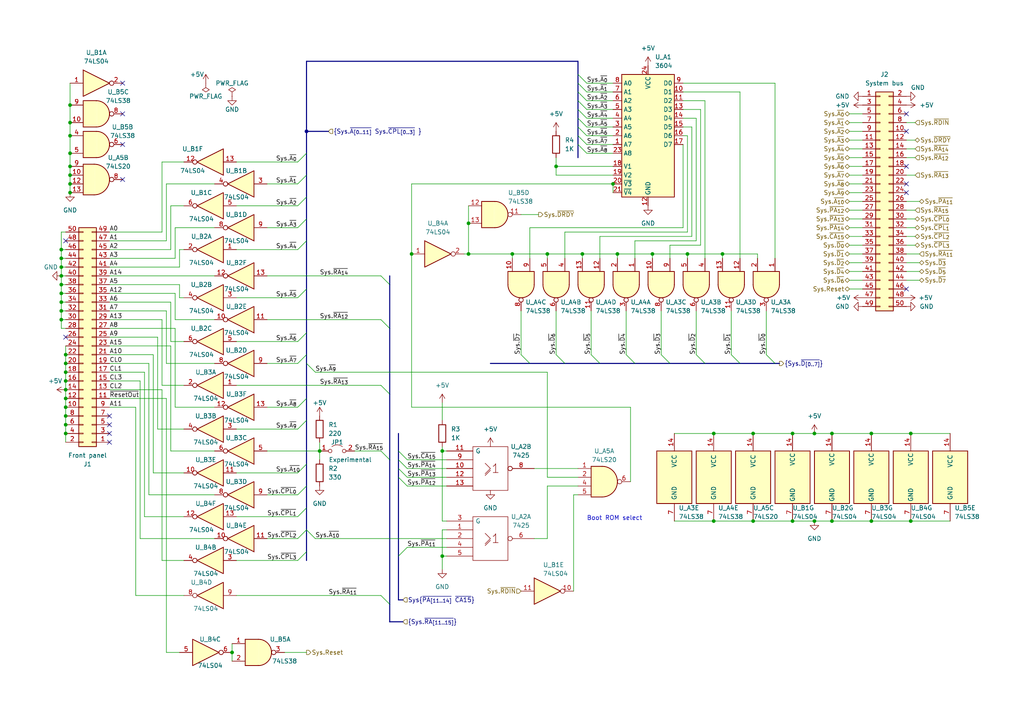
<source format=kicad_sch>
(kicad_sch (version 20211123) (generator eeschema)
  (paper "A4")
  (title_block (title "Centurion backplane, short") (rev "1.0"))
  (junction (at 19.05 107.95))
  (junction (at 17.78 77.47))
  (junction (at 128.27 161.29))
  (junction (at 135.89 64.77))
  (junction (at 88.9 38.1))
  (junction (at 264.16 151.13))
  (junction (at 17.78 82.55))
  (junction (at 20.32 48.26))
  (junction (at 177.8 53.34))
  (junction (at 20.32 30.48))
  (junction (at 19.05 113.03))
  (junction (at 19.05 123.19))
  (junction (at 17.78 87.63))
  (junction (at 161.29 48.26))
  (junction (at 20.32 39.37))
  (junction (at 236.22 125.73))
  (junction (at 252.73 151.13))
  (junction (at 119.38 73.66))
  (junction (at 20.32 35.56))
  (junction (at 179.07 73.66))
  (junction (at 67.31 189.23))
  (junction (at 252.73 125.73))
  (junction (at 17.78 74.93))
  (junction (at 17.78 90.17))
  (junction (at 19.05 102.87))
  (junction (at 20.32 55.88))
  (junction (at 218.44 125.73))
  (junction (at 19.05 120.65))
  (junction (at 207.01 151.13))
  (junction (at 229.87 151.13))
  (junction (at 264.16 125.73))
  (junction (at 158.75 73.66))
  (junction (at 236.22 151.13))
  (junction (at 128.27 130.81))
  (junction (at 19.05 105.41))
  (junction (at 241.3 151.13))
  (junction (at 17.78 85.09))
  (junction (at 20.32 50.8))
  (junction (at 19.05 115.57))
  (junction (at 20.32 53.34))
  (junction (at 209.55 73.66))
  (junction (at 241.3 125.73))
  (junction (at 17.78 92.71))
  (junction (at 20.32 44.45))
  (junction (at 92.71 130.81))
  (junction (at 17.78 80.01))
  (junction (at 199.39 73.66))
  (junction (at 207.01 125.73))
  (junction (at 19.05 118.11))
  (junction (at 135.89 73.66))
  (junction (at 189.23 73.66))
  (junction (at 148.59 73.66))
  (junction (at 229.87 125.73))
  (junction (at 17.78 72.39))
  (junction (at 218.44 151.13))
  (junction (at 168.91 73.66))
  (junction (at 19.05 125.73))
  (junction (at 19.05 110.49))
  (no_connect (at 262.89 38.1))
  (no_connect (at 31.75 125.73))
  (no_connect (at 262.89 53.34))
  (no_connect (at 35.56 24.13))
  (no_connect (at 31.75 128.27))
  (no_connect (at 35.56 41.91))
  (no_connect (at 35.56 52.07))
  (no_connect (at 19.05 97.79))
  (no_connect (at 262.89 33.02))
  (no_connect (at 262.89 55.88))
  (no_connect (at 31.75 120.65))
  (no_connect (at 19.05 69.85))
  (no_connect (at 31.75 123.19))
  (no_connect (at 35.56 33.02))
  (no_connect (at 262.89 48.26))
  (no_connect (at 262.89 83.82))
  (bus_entry (at 161.29 102.87) (size 2.54 2.54))
  (bus_entry (at 110.49 130.81) (size 2.54 2.54))
  (bus_entry (at 86.36 105.41) (size 2.54 -2.54))
  (bus_entry (at 86.36 143.51) (size 2.54 -2.54))
  (bus_entry (at 88.9 153.67) (size 2.54 2.54))
  (bus_entry (at 86.36 86.36) (size 2.54 -2.54))
  (bus_entry (at 115.57 161.29) (size 2.54 -2.54))
  (bus_entry (at 86.36 72.39) (size 2.54 -2.54))
  (bus_entry (at 115.57 130.81) (size 2.54 2.54))
  (bus_entry (at 212.09 102.87) (size 2.54 2.54))
  (bus_entry (at 86.36 156.21) (size 2.54 -2.54))
  (bus_entry (at 115.57 138.43) (size 2.54 2.54))
  (bus_entry (at 167.64 41.91) (size 2.54 2.54))
  (bus_entry (at 86.36 137.16) (size 2.54 -2.54))
  (bus_entry (at 88.9 105.41) (size 2.54 2.54))
  (bus_entry (at 86.36 99.06) (size 2.54 -2.54))
  (bus_entry (at 171.45 102.87) (size 2.54 2.54))
  (bus_entry (at 86.36 118.11) (size 2.54 -2.54))
  (bus_entry (at 167.64 24.13) (size 2.54 2.54))
  (bus_entry (at 167.64 39.37) (size 2.54 2.54))
  (bus_entry (at 151.13 102.87) (size 2.54 2.54))
  (bus_entry (at 86.36 53.34) (size 2.54 -2.54))
  (bus_entry (at 110.49 92.71) (size 2.54 2.54))
  (bus_entry (at 181.61 102.87) (size 2.54 2.54))
  (bus_entry (at 167.64 26.67) (size 2.54 2.54))
  (bus_entry (at 115.57 133.35) (size 2.54 2.54))
  (bus_entry (at 86.36 59.69) (size 2.54 -2.54))
  (bus_entry (at 110.49 111.76) (size 2.54 2.54))
  (bus_entry (at 86.36 162.56) (size 2.54 -2.54))
  (bus_entry (at 86.36 66.04) (size 2.54 -2.54))
  (bus_entry (at 86.36 124.46) (size 2.54 -2.54))
  (bus_entry (at 86.36 149.86) (size 2.54 -2.54))
  (bus_entry (at 167.64 34.29) (size 2.54 2.54))
  (bus_entry (at 110.49 172.72) (size 2.54 2.54))
  (bus_entry (at 222.25 102.87) (size 2.54 2.54))
  (bus_entry (at 167.64 29.21) (size 2.54 2.54))
  (bus_entry (at 167.64 36.83) (size 2.54 2.54))
  (bus_entry (at 115.57 135.89) (size 2.54 2.54))
  (bus_entry (at 201.93 102.87) (size 2.54 2.54))
  (bus_entry (at 191.77 102.87) (size 2.54 2.54))
  (bus_entry (at 167.64 31.75) (size 2.54 2.54))
  (bus_entry (at 167.64 21.59) (size 2.54 2.54))
  (bus_entry (at 86.36 46.99) (size 2.54 -2.54))
  (bus_entry (at 110.49 80.01) (size 2.54 2.54))
  (wire (pts (xy 20.32 55.88) (xy 20.32 53.34)))
  (wire (pts (xy 134.62 73.66) (xy 135.89 73.66)))
  (wire (pts (xy 246.38 60.96) (xy 250.19 60.96)))
  (wire (pts (xy 250.19 48.26) (xy 246.38 48.26)))
  (wire (pts (xy 53.34 124.46) (xy 45.72 124.46)))
  (wire (pts (xy 199.39 73.66) (xy 199.39 74.93)))
  (wire (pts (xy 31.75 80.01) (xy 62.23 80.01)))
  (wire (pts (xy 77.47 105.41) (xy 86.36 105.41)))
  (wire (pts (xy 209.55 73.66) (xy 209.55 74.93)))
  (wire (pts (xy 43.18 105.41) (xy 31.75 105.41)))
  (wire (pts (xy 246.38 63.5) (xy 250.19 63.5)))
  (wire (pts (xy 68.58 86.36) (xy 86.36 86.36)))
  (wire (pts (xy 128.27 130.81) (xy 129.54 130.81)))
  (wire (pts (xy 49.53 72.39) (xy 31.75 72.39)))
  (wire (pts (xy 31.75 69.85) (xy 48.26 69.85)))
  (wire (pts (xy 161.29 50.8) (xy 161.29 48.26)))
  (wire (pts (xy 46.99 111.76) (xy 46.99 92.71)))
  (wire (pts (xy 68.58 46.99) (xy 86.36 46.99)))
  (wire (pts (xy 148.59 73.66) (xy 158.75 73.66)))
  (wire (pts (xy 222.25 90.17) (xy 222.25 102.87)))
  (wire (pts (xy 212.09 90.17) (xy 212.09 102.87)))
  (wire (pts (xy 20.32 30.48) (xy 20.32 35.56)))
  (wire (pts (xy 135.89 59.69) (xy 135.89 64.77)))
  (wire (pts (xy 198.12 36.83) (xy 200.66 36.83)))
  (bus (pts (xy 167.64 31.75) (xy 167.64 34.29)))
  (wire (pts (xy 250.19 55.88) (xy 246.38 55.88)))
  (wire (pts (xy 156.21 62.23) (xy 151.13 62.23)))
  (bus (pts (xy 113.03 175.26) (xy 113.03 180.34)))
  (wire (pts (xy 49.53 130.81) (xy 62.23 130.81)))
  (wire (pts (xy 39.37 118.11) (xy 39.37 172.72)))
  (wire (pts (xy 218.44 125.73) (xy 229.87 125.73)))
  (wire (pts (xy 50.8 74.93) (xy 50.8 66.04)))
  (wire (pts (xy 170.18 31.75) (xy 177.8 31.75)))
  (wire (pts (xy 19.05 90.17) (xy 17.78 90.17)))
  (wire (pts (xy 68.58 111.76) (xy 110.49 111.76)))
  (wire (pts (xy 265.43 35.56) (xy 262.89 35.56)))
  (bus (pts (xy 115.57 138.43) (xy 115.57 161.29)))
  (wire (pts (xy 214.63 74.93) (xy 214.63 26.67)))
  (wire (pts (xy 262.89 73.66) (xy 266.7 73.66)))
  (wire (pts (xy 20.32 35.56) (xy 20.32 39.37)))
  (wire (pts (xy 250.19 43.18) (xy 246.38 43.18)))
  (wire (pts (xy 20.32 53.34) (xy 20.32 50.8)))
  (wire (pts (xy 189.23 73.66) (xy 199.39 73.66)))
  (bus (pts (xy 194.31 105.41) (xy 204.47 105.41)))
  (wire (pts (xy 198.12 31.75) (xy 203.2 31.75)))
  (wire (pts (xy 198.12 41.91) (xy 198.12 66.04)))
  (wire (pts (xy 102.87 130.81) (xy 110.49 130.81)))
  (wire (pts (xy 170.18 39.37) (xy 177.8 39.37)))
  (wire (pts (xy 17.78 95.25) (xy 19.05 95.25)))
  (wire (pts (xy 250.19 71.12) (xy 246.38 71.12)))
  (wire (pts (xy 250.19 66.04) (xy 246.38 66.04)))
  (wire (pts (xy 163.83 67.31) (xy 199.39 67.31)))
  (wire (pts (xy 170.18 36.83) (xy 177.8 36.83)))
  (wire (pts (xy 77.47 53.34) (xy 86.36 53.34)))
  (bus (pts (xy 113.03 180.34) (xy 116.84 180.34)))
  (wire (pts (xy 48.26 90.17) (xy 31.75 90.17)))
  (bus (pts (xy 142.24 105.41) (xy 153.67 105.41)))
  (wire (pts (xy 19.05 105.41) (xy 19.05 102.87)))
  (wire (pts (xy 19.05 120.65) (xy 19.05 123.19)))
  (bus (pts (xy 184.15 105.41) (xy 194.31 105.41)))
  (bus (pts (xy 115.57 135.89) (xy 115.57 138.43)))
  (wire (pts (xy 250.19 35.56) (xy 246.38 35.56)))
  (wire (pts (xy 44.45 102.87) (xy 44.45 137.16)))
  (wire (pts (xy 17.78 92.71) (xy 17.78 95.25)))
  (wire (pts (xy 92.71 133.35) (xy 92.71 130.81)))
  (wire (pts (xy 166.37 143.51) (xy 166.37 171.45)))
  (wire (pts (xy 48.26 53.34) (xy 62.23 53.34)))
  (wire (pts (xy 173.99 68.58) (xy 173.99 74.93)))
  (wire (pts (xy 19.05 110.49) (xy 19.05 107.95)))
  (wire (pts (xy 68.58 162.56) (xy 86.36 162.56)))
  (wire (pts (xy 252.73 125.73) (xy 264.16 125.73)))
  (wire (pts (xy 77.47 130.81) (xy 92.71 130.81)))
  (wire (pts (xy 17.78 74.93) (xy 17.78 72.39)))
  (bus (pts (xy 1087.12 133.35) (xy 1087.12 172.72)))
  (wire (pts (xy 264.16 151.13) (xy 275.59 151.13)))
  (wire (pts (xy 203.2 31.75) (xy 203.2 71.12)))
  (wire (pts (xy 236.22 151.13) (xy 241.3 151.13)))
  (wire (pts (xy 19.05 120.65) (xy 19.05 118.11)))
  (wire (pts (xy 49.53 99.06) (xy 53.34 99.06)))
  (wire (pts (xy 265.43 43.18) (xy 262.89 43.18)))
  (bus (pts (xy 167.64 24.13) (xy 167.64 26.67)))
  (bus (pts (xy 88.9 160.02) (xy 88.9 153.67)))
  (wire (pts (xy 170.18 41.91) (xy 177.8 41.91)))
  (wire (pts (xy 182.88 139.7) (xy 182.88 118.11)))
  (wire (pts (xy 118.11 138.43) (xy 129.54 138.43)))
  (bus (pts (xy 88.9 153.67) (xy 88.9 147.32)))
  (wire (pts (xy 31.75 67.31) (xy 46.99 67.31)))
  (wire (pts (xy 201.93 34.29) (xy 198.12 34.29)))
  (wire (pts (xy 46.99 92.71) (xy 31.75 92.71)))
  (wire (pts (xy 128.27 130.81) (xy 128.27 129.54)))
  (wire (pts (xy 170.18 34.29) (xy 177.8 34.29)))
  (wire (pts (xy 199.39 73.66) (xy 209.55 73.66)))
  (wire (pts (xy 19.05 128.27) (xy 19.05 125.73)))
  (bus (pts (xy 88.9 96.52) (xy 88.9 83.82)))
  (wire (pts (xy 236.22 125.73) (xy 241.3 125.73)))
  (bus (pts (xy 88.9 83.82) (xy 88.9 69.85)))
  (wire (pts (xy 50.8 118.11) (xy 62.23 118.11)))
  (wire (pts (xy 46.99 67.31) (xy 46.99 46.99)))
  (wire (pts (xy 49.53 100.33) (xy 31.75 100.33)))
  (wire (pts (xy 200.66 36.83) (xy 200.66 68.58)))
  (wire (pts (xy 19.05 113.03) (xy 19.05 110.49)))
  (wire (pts (xy 135.89 73.66) (xy 148.59 73.66)))
  (wire (pts (xy 214.63 26.67) (xy 198.12 26.67)))
  (bus (pts (xy 113.03 133.35) (xy 113.03 175.26)))
  (bus (pts (xy 88.9 121.92) (xy 88.9 115.57)))
  (wire (pts (xy 68.58 149.86) (xy 86.36 149.86)))
  (wire (pts (xy 250.19 76.2) (xy 246.38 76.2)))
  (wire (pts (xy 153.67 66.04) (xy 153.67 74.93)))
  (wire (pts (xy 49.53 87.63) (xy 49.53 99.06)))
  (wire (pts (xy 119.38 73.66) (xy 119.38 53.34)))
  (wire (pts (xy 41.91 149.86) (xy 53.34 149.86)))
  (wire (pts (xy 19.05 72.39) (xy 17.78 72.39)))
  (wire (pts (xy 68.58 99.06) (xy 86.36 99.06)))
  (bus (pts (xy 88.9 140.97) (xy 88.9 134.62)))
  (wire (pts (xy 31.75 87.63) (xy 49.53 87.63)))
  (wire (pts (xy 171.45 90.17) (xy 171.45 102.87)))
  (wire (pts (xy 48.26 189.23) (xy 52.07 189.23)))
  (wire (pts (xy 20.32 50.8) (xy 20.32 48.26)))
  (wire (pts (xy 53.34 111.76) (xy 46.99 111.76)))
  (bus (pts (xy 88.9 50.8) (xy 88.9 44.45)))
  (wire (pts (xy 158.75 107.95) (xy 158.75 138.43)))
  (wire (pts (xy 19.05 74.93) (xy 17.78 74.93)))
  (wire (pts (xy 77.47 66.04) (xy 86.36 66.04)))
  (bus (pts (xy 167.64 21.59) (xy 167.64 24.13)))
  (bus (pts (xy 88.9 63.5) (xy 88.9 57.15)))
  (wire (pts (xy 250.19 53.34) (xy 246.38 53.34)))
  (wire (pts (xy 43.18 105.41) (xy 43.18 143.51)))
  (wire (pts (xy 41.91 107.95) (xy 41.91 149.86)))
  (wire (pts (xy 262.89 76.2) (xy 266.7 76.2)))
  (bus (pts (xy 88.9 134.62) (xy 88.9 121.92)))
  (wire (pts (xy 17.78 72.39) (xy 17.78 67.31)))
  (wire (pts (xy 77.47 156.21) (xy 86.36 156.21)))
  (wire (pts (xy 17.78 77.47) (xy 17.78 74.93)))
  (wire (pts (xy 166.37 143.51) (xy 167.64 143.51)))
  (wire (pts (xy 250.19 45.72) (xy 246.38 45.72)))
  (wire (pts (xy 62.23 105.41) (xy 48.26 105.41)))
  (wire (pts (xy 170.18 29.21) (xy 177.8 29.21)))
  (wire (pts (xy 241.3 125.73) (xy 252.73 125.73)))
  (wire (pts (xy 53.34 137.16) (xy 44.45 137.16)))
  (wire (pts (xy 118.11 133.35) (xy 129.54 133.35)))
  (wire (pts (xy 198.12 24.13) (xy 224.79 24.13)))
  (wire (pts (xy 17.78 80.01) (xy 17.78 77.47)))
  (bus (pts (xy 115.57 161.29) (xy 115.57 173.99)))
  (wire (pts (xy 265.43 40.64) (xy 262.89 40.64)))
  (wire (pts (xy 62.23 156.21) (xy 40.64 156.21)))
  (bus (pts (xy 88.9 69.85) (xy 88.9 63.5)))
  (wire (pts (xy 19.05 107.95) (xy 19.05 105.41)))
  (wire (pts (xy 53.34 59.69) (xy 49.53 59.69)))
  (wire (pts (xy 129.54 153.67) (xy 128.27 153.67)))
  (wire (pts (xy 161.29 90.17) (xy 161.29 102.87)))
  (wire (pts (xy 31.75 113.03) (xy 46.99 113.03)))
  (wire (pts (xy 184.15 69.85) (xy 201.93 69.85)))
  (wire (pts (xy 17.78 87.63) (xy 17.78 90.17)))
  (wire (pts (xy 31.75 107.95) (xy 41.91 107.95)))
  (wire (pts (xy 49.53 59.69) (xy 49.53 72.39)))
  (wire (pts (xy 40.64 110.49) (xy 31.75 110.49)))
  (wire (pts (xy 198.12 29.21) (xy 204.47 29.21)))
  (wire (pts (xy 52.07 82.55) (xy 52.07 86.36)))
  (wire (pts (xy 158.75 73.66) (xy 158.75 74.93)))
  (bus (pts (xy 88.9 57.15) (xy 88.9 50.8)))
  (wire (pts (xy 119.38 53.34) (xy 177.8 53.34)))
  (bus (pts (xy 115.57 133.35) (xy 115.57 135.89)))
  (wire (pts (xy 31.75 82.55) (xy 52.07 82.55)))
  (wire (pts (xy 189.23 73.66) (xy 189.23 74.93)))
  (wire (pts (xy 91.44 156.21) (xy 129.54 156.21)))
  (wire (pts (xy 229.87 151.13) (xy 236.22 151.13)))
  (wire (pts (xy 17.78 80.01) (xy 17.78 82.55)))
  (wire (pts (xy 92.71 128.27) (xy 92.71 130.81)))
  (bus (pts (xy 204.47 105.41) (xy 214.63 105.41)))
  (wire (pts (xy 241.3 151.13) (xy 252.73 151.13)))
  (wire (pts (xy 62.23 92.71) (xy 50.8 92.71)))
  (wire (pts (xy 77.47 80.01) (xy 110.49 80.01)))
  (wire (pts (xy 46.99 162.56) (xy 53.34 162.56)))
  (wire (pts (xy 265.43 45.72) (xy 262.89 45.72)))
  (wire (pts (xy 229.87 125.73) (xy 236.22 125.73)))
  (wire (pts (xy 48.26 69.85) (xy 48.26 53.34)))
  (wire (pts (xy 19.05 102.87) (xy 19.05 100.33)))
  (wire (pts (xy 209.55 73.66) (xy 219.71 73.66)))
  (wire (pts (xy 191.77 90.17) (xy 191.77 102.87)))
  (wire (pts (xy 246.38 73.66) (xy 250.19 73.66)))
  (wire (pts (xy 19.05 123.19) (xy 19.05 125.73)))
  (wire (pts (xy 194.31 71.12) (xy 194.31 74.93)))
  (wire (pts (xy 177.8 53.34) (xy 177.8 55.88)))
  (bus (pts (xy 167.64 41.91) (xy 167.64 45.72)))
  (wire (pts (xy 31.75 74.93) (xy 50.8 74.93)))
  (wire (pts (xy 262.89 60.96) (xy 265.43 60.96)))
  (wire (pts (xy 148.59 73.66) (xy 148.59 74.93)))
  (bus (pts (xy 224.79 105.41) (xy 226.06 105.41)))
  (wire (pts (xy 177.8 50.8) (xy 161.29 50.8)))
  (wire (pts (xy 198.12 66.04) (xy 153.67 66.04)))
  (wire (pts (xy 265.43 50.8) (xy 262.89 50.8)))
  (wire (pts (xy 250.19 33.02) (xy 246.38 33.02)))
  (wire (pts (xy 45.72 97.79) (xy 31.75 97.79)))
  (wire (pts (xy 31.75 118.11) (xy 39.37 118.11)))
  (wire (pts (xy 52.07 86.36) (xy 53.34 86.36)))
  (wire (pts (xy 128.27 151.13) (xy 128.27 130.81)))
  (wire (pts (xy 68.58 137.16) (xy 86.36 137.16)))
  (wire (pts (xy 68.58 172.72) (xy 110.49 172.72)))
  (wire (pts (xy 68.58 59.69) (xy 86.36 59.69)))
  (wire (pts (xy 158.75 140.97) (xy 158.75 156.21)))
  (wire (pts (xy 48.26 115.57) (xy 48.26 189.23)))
  (bus (pts (xy 88.9 115.57) (xy 88.9 105.41)))
  (wire (pts (xy 170.18 26.67) (xy 177.8 26.67)))
  (wire (pts (xy 19.05 85.09) (xy 17.78 85.09)))
  (bus (pts (xy 167.64 29.21) (xy 167.64 31.75)))
  (wire (pts (xy 50.8 92.71) (xy 50.8 85.09)))
  (wire (pts (xy 252.73 151.13) (xy 264.16 151.13)))
  (wire (pts (xy 68.58 124.46) (xy 86.36 124.46)))
  (wire (pts (xy 168.91 73.66) (xy 168.91 74.93)))
  (wire (pts (xy 48.26 115.57) (xy 31.75 115.57)))
  (wire (pts (xy 163.83 74.93) (xy 163.83 67.31)))
  (bus (pts (xy 115.57 130.81) (xy 115.57 133.35)))
  (wire (pts (xy 50.8 66.04) (xy 62.23 66.04)))
  (wire (pts (xy 68.58 72.39) (xy 86.36 72.39)))
  (wire (pts (xy 265.43 68.58) (xy 262.89 68.58)))
  (wire (pts (xy 50.8 85.09) (xy 31.75 85.09)))
  (bus (pts (xy 167.64 36.83) (xy 167.64 39.37)))
  (bus (pts (xy 163.83 105.41) (xy 173.99 105.41)))
  (bus (pts (xy 115.57 125.73) (xy 115.57 130.81)))
  (wire (pts (xy 207.01 125.73) (xy 218.44 125.73)))
  (bus (pts (xy 115.57 173.99) (xy 116.84 173.99)))
  (wire (pts (xy 207.01 151.13) (xy 218.44 151.13)))
  (wire (pts (xy 77.47 118.11) (xy 86.36 118.11)))
  (wire (pts (xy 31.75 102.87) (xy 44.45 102.87)))
  (wire (pts (xy 48.26 105.41) (xy 48.26 90.17)))
  (bus (pts (xy 88.9 147.32) (xy 88.9 140.97)))
  (wire (pts (xy 250.19 50.8) (xy 246.38 50.8)))
  (wire (pts (xy 77.47 143.51) (xy 86.36 143.51)))
  (wire (pts (xy 262.89 78.74) (xy 266.7 78.74)))
  (wire (pts (xy 158.75 156.21) (xy 154.94 156.21)))
  (bus (pts (xy 214.63 105.41) (xy 224.79 105.41)))
  (bus (pts (xy 88.9 105.41) (xy 88.9 102.87)))
  (wire (pts (xy 62.23 143.51) (xy 43.18 143.51)))
  (wire (pts (xy 265.43 63.5) (xy 262.89 63.5)))
  (wire (pts (xy 19.05 115.57) (xy 19.05 118.11)))
  (wire (pts (xy 200.66 68.58) (xy 173.99 68.58)))
  (wire (pts (xy 19.05 80.01) (xy 17.78 80.01)))
  (wire (pts (xy 49.53 100.33) (xy 49.53 130.81)))
  (wire (pts (xy 82.55 189.23) (xy 88.9 189.23)))
  (wire (pts (xy 170.18 44.45) (xy 177.8 44.45)))
  (wire (pts (xy 20.32 44.45) (xy 20.32 48.26)))
  (wire (pts (xy 118.11 140.97) (xy 129.54 140.97)))
  (wire (pts (xy 19.05 67.31) (xy 17.78 67.31)))
  (bus (pts (xy 88.9 38.1) (xy 95.25 38.1)))
  (bus (pts (xy 153.67 105.41) (xy 163.83 105.41)))
  (wire (pts (xy 151.13 90.17) (xy 151.13 102.87)))
  (wire (pts (xy 184.15 74.93) (xy 184.15 69.85)))
  (wire (pts (xy 265.43 66.04) (xy 262.89 66.04)))
  (wire (pts (xy 250.19 68.58) (xy 246.38 68.58)))
  (bus (pts (xy 88.9 38.1) (xy 88.9 17.78)))
  (wire (pts (xy 250.19 78.74) (xy 246.38 78.74)))
  (wire (pts (xy 201.93 69.85) (xy 201.93 34.29)))
  (wire (pts (xy 203.2 71.12) (xy 194.31 71.12)))
  (wire (pts (xy 219.71 74.93) (xy 219.71 73.66)))
  (wire (pts (xy 52.07 77.47) (xy 52.07 72.39)))
  (wire (pts (xy 19.05 92.71) (xy 17.78 92.71)))
  (wire (pts (xy 17.78 90.17) (xy 17.78 92.71)))
  (wire (pts (xy 250.19 81.28) (xy 246.38 81.28)))
  (wire (pts (xy 31.75 77.47) (xy 52.07 77.47)))
  (wire (pts (xy 181.61 90.17) (xy 181.61 102.87)))
  (bus (pts (xy 88.9 17.78) (xy 167.64 17.78)))
  (wire (pts (xy 218.44 151.13) (xy 229.87 151.13)))
  (wire (pts (xy 19.05 82.55) (xy 17.78 82.55)))
  (wire (pts (xy 264.16 125.73) (xy 275.59 125.73)))
  (wire (pts (xy 154.94 135.89) (xy 167.64 135.89)))
  (wire (pts (xy 118.11 135.89) (xy 129.54 135.89)))
  (wire (pts (xy 19.05 115.57) (xy 19.05 113.03)))
  (wire (pts (xy 31.75 95.25) (xy 50.8 95.25)))
  (wire (pts (xy 46.99 46.99) (xy 53.34 46.99)))
  (bus (pts (xy 88.9 102.87) (xy 88.9 96.52)))
  (wire (pts (xy 195.58 151.13) (xy 207.01 151.13)))
  (wire (pts (xy 19.05 77.47) (xy 17.78 77.47)))
  (wire (pts (xy 129.54 151.13) (xy 128.27 151.13)))
  (wire (pts (xy 204.47 29.21) (xy 204.47 74.93)))
  (wire (pts (xy 20.32 24.13) (xy 20.32 30.48)))
  (wire (pts (xy 50.8 95.25) (xy 50.8 118.11)))
  (bus (pts (xy 88.9 44.45) (xy 88.9 38.1)))
  (wire (pts (xy 170.18 24.13) (xy 177.8 24.13)))
  (wire (pts (xy 67.31 186.69) (xy 67.31 189.23)))
  (bus (pts (xy 173.99 105.41) (xy 184.15 105.41)))
  (wire (pts (xy 17.78 82.55) (xy 17.78 85.09)))
  (wire (pts (xy 19.05 87.63) (xy 17.78 87.63)))
  (wire (pts (xy 266.7 58.42) (xy 262.89 58.42)))
  (wire (pts (xy 20.32 39.37) (xy 20.32 44.45)))
  (bus (pts (xy 113.03 95.25) (xy 113.03 114.3)))
  (wire (pts (xy 17.78 85.09) (xy 17.78 87.63)))
  (bus (pts (xy 113.03 114.3) (xy 113.03 133.35)))
  (wire (pts (xy 262.89 81.28) (xy 266.7 81.28)))
  (wire (pts (xy 168.91 73.66) (xy 179.07 73.66)))
  (wire (pts (xy 77.47 92.71) (xy 110.49 92.71)))
  (bus (pts (xy 167.64 34.29) (xy 167.64 36.83)))
  (wire (pts (xy 265.43 71.12) (xy 262.89 71.12)))
  (wire (pts (xy 45.72 124.46) (xy 45.72 97.79)))
  (wire (pts (xy 128.27 121.92) (xy 128.27 116.84)))
  (bus (pts (xy 113.03 82.55) (xy 113.03 95.25)))
  (wire (pts (xy 179.07 73.66) (xy 179.07 74.93)))
  (wire (pts (xy 250.19 83.82) (xy 246.38 83.82)))
  (wire (pts (xy 224.79 24.13) (xy 224.79 74.93)))
  (wire (pts (xy 135.89 64.77) (xy 135.89 73.66)))
  (wire (pts (xy 128.27 161.29) (xy 129.54 161.29)))
  (wire (pts (xy 128.27 153.67) (xy 128.27 161.29)))
  (wire (pts (xy 250.19 40.64) (xy 246.38 40.64)))
  (wire (pts (xy 128.27 161.29) (xy 128.27 165.1)))
  (wire (pts (xy 158.75 73.66) (xy 168.91 73.66)))
  (wire (pts (xy 182.88 118.11) (xy 119.38 118.11)))
  (bus (pts (xy 167.64 39.37) (xy 167.64 41.91)))
  (wire (pts (xy 158.75 107.95) (xy 91.44 107.95)))
  (wire (pts (xy 46.99 113.03) (xy 46.99 162.56)))
  (wire (pts (xy 161.29 48.26) (xy 177.8 48.26)))
  (bus (pts (xy 167.64 26.67) (xy 167.64 29.21)))
  (wire (pts (xy 199.39 67.31) (xy 199.39 39.37)))
  (wire (pts (xy 39.37 172.72) (xy 53.34 172.72)))
  (bus (pts (xy 88.9 160.02) (xy 88.9 162.56)))
  (wire (pts (xy 67.31 189.23) (xy 67.31 191.77)))
  (wire (pts (xy 40.64 156.21) (xy 40.64 110.49)))
  (wire (pts (xy 250.19 38.1) (xy 246.38 38.1)))
  (wire (pts (xy 161.29 48.26) (xy 161.29 45.72)))
  (wire (pts (xy 195.58 125.73) (xy 207.01 125.73)))
  (wire (pts (xy 167.64 140.97) (xy 158.75 140.97)))
  (wire (pts (xy 167.64 138.43) (xy 158.75 138.43)))
  (bus (pts (xy 113.03 80.01) (xy 113.03 82.55)))
  (wire (pts (xy 179.07 73.66) (xy 189.23 73.66)))
  (wire (pts (xy 250.19 58.42) (xy 246.38 58.42)))
  (wire (pts (xy 52.07 72.39) (xy 53.34 72.39)))
  (bus (pts (xy 167.64 17.78) (xy 167.64 21.59)))
  (wire (pts (xy 118.11 158.75) (xy 129.54 158.75)))
  (wire (pts (xy 201.93 90.17) (xy 201.93 102.87)))
  (wire (pts (xy 119.38 118.11) (xy 119.38 73.66)))
  (wire (pts (xy 199.39 39.37) (xy 198.12 39.37)))
  (text "Boot ROM select" (at 170.18 151.13 0) (effects (font (size 1.27 1.27)) (justify left bottom)))
  (label "A13" (at 31.75 92.71 0))
  (label "Sys.~{A_{10}}" (at 80.01 137.16 0))
  (label "Sys.~{D_{0}}" (at 222.25 102.87 90))
  (label "Sys.~{A_{7}}" (at 80.01 105.41 0))
  (label "~{ResetOut}" (at 31.75 115.57 0))
  (label "Sys.~{RA_{15}}" (at 102.87 130.81 0))
  (label "Sys.~{A_{0}}" (at 80.01 46.99 0))
  (label "A8" (at 31.75 95.25 0))
  (label "Sys.~{D_{6}}" (at 161.29 102.87 90))
  (label "A7" (at 31.75 90.17 0))
  (label "Sys.~{D_{2}}" (at 201.93 102.87 90))
  (label "CL1" (at 31.75 107.95 0))
  (label "Sys.~{CPL_{1}}" (at 77.47 149.86 0))
  (label "A14" (at 31.75 80.01 0))
  (label "Sys.~{A_{4}}" (at 80.01 72.39 0))
  (label "Sys.~{A_{2}}" (at 80.01 59.69 0))
  (label "Sys.~{PA_{11}}" (at 118.11 158.75 0))
  (label "Sys.~{A_{6}}" (at 80.01 99.06 0))
  (label "A6" (at 31.75 87.63 0))
  (label "Sys.~{A_{5}}" (at 80.01 86.36 0))
  (label "Sys.~{CA_{15}}" (at 118.11 133.35 0))
  (label "CL0" (at 31.75 105.41 0))
  (label "CL2" (at 31.75 113.03 0))
  (label "A0" (at 31.75 67.31 0))
  (label "Sys.~{RA_{14}}" (at 92.71 80.01 0))
  (label "CL3" (at 31.75 110.49 0))
  (label "Sys.~{PA_{12}}" (at 118.11 140.97 0))
  (label "Sys.~{A_{1}}" (at 80.01 53.34 0))
  (label "Sys.~{CPL_{2}}" (at 77.47 156.21 0))
  (label "Sys.~{A_{9}}" (at 80.01 124.46 0))
  (label "Sys.~{D_{5}}" (at 171.45 102.87 90))
  (label "A2" (at 31.75 72.39 0))
  (label "A12" (at 31.75 85.09 0))
  (label "Sys.~{A_{8}}" (at 170.18 44.45 0))
  (label "A10" (at 31.75 102.87 0))
  (label "A15" (at 31.75 100.33 0))
  (label "Sys.~{RA_{13}}" (at 92.71 111.76 0))
  (label "Sys.~{A_{1}}" (at 170.18 26.67 0))
  (label "Sys.~{RA_{12}}" (at 92.71 92.71 0))
  (label "Sys.~{A_{9}}" (at 91.44 107.95 0))
  (label "Sys.~{D_{3}}" (at 191.77 102.87 90))
  (label "A5" (at 31.75 82.55 0))
  (label "Sys.~{D_{4}}" (at 181.61 102.87 90))
  (label "Sys.~{D_{7}}" (at 151.13 102.87 90))
  (label "Sys.~{A_{6}}" (at 170.18 39.37 0))
  (label "Sys.~{RA_{11}}" (at 95.25 172.72 0))
  (label "Sys.~{CPL_{3}}" (at 77.47 162.56 0))
  (label "Sys.~{A_{10}}" (at 91.44 156.21 0))
  (label "Sys.~{CPL_{0}}" (at 77.47 143.51 0))
  (label "A1" (at 31.75 69.85 0))
  (label "A9" (at 31.75 97.79 0))
  (label "A4" (at 31.75 77.47 0))
  (label "Sys.~{D_{1}}" (at 212.09 102.87 90))
  (label "A3" (at 31.75 74.93 0))
  (label "Sys.~{A_{3}}" (at 80.01 66.04 0))
  (label "Sys.~{A_{5}}" (at 170.18 36.83 0))
  (label "Sys.~{PA_{14}}" (at 118.11 135.89 0))
  (label "Sys.~{PA_{13}}" (at 118.11 138.43 0))
  (label "Sys.~{A_{8}}" (at 80.01 118.11 0))
  (label "Sys.~{A_{4}}" (at 170.18 34.29 0))
  (label "Sys.~{A_{3}}" (at 170.18 31.75 0))
  (label "A11" (at 31.75 118.11 0))
  (label "Sys.~{A_{2}}" (at 170.18 29.21 0))
  (label "Sys.~{A_{7}}" (at 170.18 41.91 0))
  (label "Sys.~{A_{0}}" (at 170.18 24.13 0))
  (hierarchical_label "Sys.~{D_{6}}" (shape bidirectional) (at 246.38 81.28 180))
  (hierarchical_label "Sys.~{D_{7}}" (shape bidirectional) (at 266.7 81.28 0))
  (hierarchical_label "Sys.~{A_{2}}" (shape bidirectional) (at 246.38 38.1 180))
  (hierarchical_label "Sys.~{CA_{15}}" (shape bidirectional) (at 246.38 68.58 180))
  (hierarchical_label "Sys.~{A_{10}}" (shape bidirectional) (at 246.38 58.42 180))
  (hierarchical_label "Sys.~{PA_{11}}" (shape bidirectional) (at 266.7 58.42 0))
  (hierarchical_label "Sys.~{D_{3}}" (shape bidirectional) (at 266.7 76.2 0))
  (hierarchical_label "Sys.~{D_{4}}" (shape bidirectional) (at 246.38 78.74 180))
  (hierarchical_label "Sys.~{A_{9}}" (shape bidirectional) (at 246.38 55.88 180))
  (hierarchical_label "{Sys.~{RA_{[11..15]}}}" (shape input) (at 116.84 180.34 0))
  (hierarchical_label "Sys.~{D_{2}}" (shape bidirectional) (at 246.38 76.2 180))
  (hierarchical_label "Sys.~{A_{5}}" (shape bidirectional) (at 246.38 45.72 180))
  (hierarchical_label "Sys.~{RA_{12}}" (shape input) (at 265.43 45.72 0))
  (hierarchical_label "Sys.~{DRDY}" (shape output) (at 156.21 62.23 0))
  (hierarchical_label "Sys.~{A_{8}}" (shape bidirectional) (at 246.38 53.34 180))
  (hierarchical_label "Sys.~{CPL_{1}}" (shape bidirectional) (at 265.43 66.04 0))
  (hierarchical_label "Sys.~{PA_{12}}" (shape bidirectional) (at 246.38 60.96 180))
  (hierarchical_label "Sys.~{RA_{11}}" (shape input) (at 266.7 73.66 0))
  (hierarchical_label "Sys.~{CPL_{2}}" (shape bidirectional) (at 265.43 68.58 0))
  (hierarchical_label "Sys.~{A_{3}}" (shape bidirectional) (at 246.38 40.64 180))
  (hierarchical_label "Sys.~{RA_{14}}" (shape input) (at 265.43 43.18 0))
  (hierarchical_label "Sys.~{CPL_{3}}" (shape bidirectional) (at 265.43 71.12 0))
  (hierarchical_label "Sys.~{A_{7}}" (shape bidirectional) (at 246.38 50.8 180))
  (hierarchical_label "Sys.~{A_{6}}" (shape bidirectional) (at 246.38 48.26 180))
  (hierarchical_label "Sys.Reset" (shape output) (at 88.9 189.23 0))
  (hierarchical_label "Sys.~{RA_{13}}" (shape input) (at 265.43 50.8 0))
  (hierarchical_label "Sys.Reset" (shape bidirectional) (at 246.38 83.82 180))
  (hierarchical_label "{Sys.~{D_{[0..7]}}}" (shape output) (at 226.06 105.41 0))
  (hierarchical_label "Sys.~{D_{1}}" (shape bidirectional) (at 246.38 73.66 180))
  (hierarchical_label "{Sys.~{A_{[0..11]}} Sys.~{CPL_{[0..3]}} }" (shape input) (at 95.25 38.1 0))
  (hierarchical_label "Sys.~{CPL_{0}}" (shape bidirectional) (at 265.43 63.5 0))
  (hierarchical_label "Sys.~{A_{4}}" (shape bidirectional) (at 246.38 43.18 180))
  (hierarchical_label "Sys.~{PA_{13}}" (shape bidirectional) (at 246.38 63.5 180))
  (hierarchical_label "Sys.~{PA_{14}}" (shape bidirectional) (at 246.38 66.04 180))
  (hierarchical_label "Sys.~{RA_{15}}" (shape input) (at 265.43 60.96 0))
  (hierarchical_label "Sys{~{PA_{[11..14]}} ~{CA15}}" (shape input) (at 116.84 173.99 0))
  (hierarchical_label "Sys.~{RDIN}" (shape input) (at 265.43 35.56 0))
  (hierarchical_label "Sys.~{DRDY}" (shape bidirectional) (at 265.43 40.64 0))
  (hierarchical_label "Sys.~{D_{5}}" (shape bidirectional) (at 266.7 78.74 0))
  (hierarchical_label "Sys.~{D_{0}}" (shape bidirectional) (at 246.38 71.12 180))
  (hierarchical_label "Sys.~{A_{0}}" (shape bidirectional) (at 246.38 33.02 180))
  (hierarchical_label "Sys.~{RDIN}" (shape input) (at 151.13 171.45 180))
  (hierarchical_label "Sys.~{A_{1}}" (shape bidirectional) (at 246.38 35.56 180))
  (symbol (lib_id "74xx:74LS04") (at 69.85 143.51 180) (unit 4)
    (property "Reference" "U_B3" (at 68.58 139.7 0))
    (property "Value" "74LS04" (at 68.58 147.32 0))
    (property "Footprint" "Package_DIP:DIP-14_W7.62mm" (effects hide))
    (property "Datasheet" "http://www.ti.com/lit/gpn/sn74LS04" (effects hide))
  )
  (symbol (lib_id "74xx:74LS20") (at 218.44 138.43 0) (unit 3)
    (property "Reference" "U_A5" (at 218.44 147.32 0) (effects (justify left)))
    (property "Value" "74LS20" (at 218.44 149.86 0) (effects (justify left)))
    (property "Datasheet" "http://www.ti.com/lit/gpn/sn74LS20" (effects hide))
  )
  (symbol (lib_id "power:GND") (at 20.32 55.88 0) (unit 1)
    (property "Reference" "#PWR0112" (effects hide))
    (property "Value" "GND" (at 20.32 60.96 0))
  )
  (symbol (lib_id "74xx:74LS04") (at 264.16 138.43 0) (unit 7)
    (property "Reference" "U_B4" (at 264.16 147.32 0) (effects (justify left)))
    (property "Value" "74LS04" (at 264.16 149.86 0) (effects (justify left)))
    (property "Datasheet" "http://www.ti.com/lit/gpn/sn74LS04" (effects hide))
  )
  (symbol (lib_id "Device:R") (at 92.71 137.16 0) (unit 1)
    (property "Reference" "R2" (at 95.25 135.8899 0) (effects (justify left)))
    (property "Value" "330" (at 95.25 138.4299 0) (effects (justify left)))
    (property "Footprint" "Resistor_THT:R_Axial_DIN0207_L6.3mm_D2.5mm_P10.16mm_Horizontal" (effects hide))
  )
  (symbol (lib_id "74xx:74LS38") (at 275.59 138.43 0) (unit 5)
    (property "Reference" "U_B5" (at 276.86 147.32 0) (effects (justify left)))
    (property "Value" "74LS38" (at 276.86 149.86 0) (effects (justify left)))
    (property "Datasheet" "http://www.ti.com/lit/gpn/sn74LS38" (effects hide))
  )
  (symbol (lib_id "74xx:74LS04") (at 69.85 105.41 180) (unit 4)
    (property "Reference" "U_B2" (at 68.58 101.6 0))
    (property "Value" "74LS04" (at 68.58 109.22 0))
    (property "Footprint" "Package_DIP:DIP-14_W7.62mm" (effects hide))
    (property "Datasheet" "http://www.ti.com/lit/gpn/sn74LS04" (effects hide))
  )
  (symbol (lib_id "74xx:74LS20") (at 27.94 52.07 0) (unit 2)
    (property "Reference" "U_A5" (at 34.29 45.72 0))
    (property "Value" "74LS20" (at 34.29 48.26 0))
    (property "Footprint" "Package_DIP:DIP-14_W7.62mm" (effects hide))
    (property "Datasheet" "http://www.ti.com/lit/gpn/sn74LS20" (effects hide))
  )
  (symbol (lib_id "74xx:74LS04") (at 69.85 118.11 180) (unit 6)
    (property "Reference" "U_B3" (at 68.58 114.3 0))
    (property "Value" "74LS04" (at 68.58 121.92 0))
    (property "Footprint" "Package_DIP:DIP-14_W7.62mm" (effects hide))
    (property "Datasheet" "http://www.ti.com/lit/gpn/sn74LS04" (effects hide))
  )
  (symbol (lib_id "74xx:74LS38") (at 27.94 41.91 0) (unit 2)
    (property "Reference" "U_B5" (at 35.56 36.83 0))
    (property "Value" "74LS38" (at 35.56 39.37 0))
    (property "Datasheet" "http://www.ti.com/lit/gpn/sn74LS38" (effects hide))
  )
  (symbol (lib_id "74xx:74LS04") (at 69.85 156.21 180) (unit 5)
    (property "Reference" "U_B4" (at 68.58 152.4 0))
    (property "Value" "74LS04" (at 68.58 160.02 0))
    (property "Footprint" "Package_DIP:DIP-14_W7.62mm" (effects hide))
    (property "Datasheet" "http://www.ti.com/lit/gpn/sn74LS04" (effects hide))
  )
  (symbol (lib_id "74xx:74LS04") (at 229.87 138.43 0) (unit 7)
    (property "Reference" "U_B1" (at 229.87 147.32 0) (effects (justify left)))
    (property "Value" "74LS04" (at 229.87 149.86 0) (effects (justify left)))
    (property "Datasheet" "http://www.ti.com/lit/gpn/sn74LS04" (effects hide))
  )
  (symbol (lib_id "74xx:74LS04") (at 241.3 138.43 0) (unit 7)
    (property "Reference" "U_B2" (at 241.3 147.32 0) (effects (justify left)))
    (property "Value" "74LS04" (at 241.3 149.86 0) (effects (justify left)))
    (property "Datasheet" "http://www.ti.com/lit/gpn/sn74LS04" (effects hide))
  )
  (symbol (lib_id "power:GND") (at 250.19 27.94 270) (mirror x) (unit 1)
    (property "Reference" "#PWR0104" (effects hide))
    (property "Value" "GND" (at 246.38 27.94 90) (effects (justify right)))
  )
  (symbol (lib_id "Jumper:Jumper_2_Open") (at 97.79 130.81 0) (unit 1)
    (property "Reference" "JP1" (at 97.79 128.27 0))
    (property "Value" "Experimental" (at 101.6 133.35 0))
    (property "Footprint" "Connector_PinHeader_2.54mm:PinHeader_1x02_P2.54mm_Vertical" (effects hide))
  )
  (symbol (lib_id "power:PWR_FLAG") (at 59.69 24.13 0) (mirror x) (unit 1)
    (property "Reference" "#FLG0101" (effects hide))
    (property "Value" "PWR_FLAG" (at 59.69 27.94 0))
  )
  (symbol (lib_id "power:+5V") (at 262.89 30.48 270) (mirror x) (unit 1)
    (property "Reference" "#PWR0102" (effects hide))
    (property "Value" "+5V" (at 266.7 30.48 90) (effects (justify left)))
  )
  (symbol (lib_id "74xx:74LS04") (at 60.96 137.16 180) (unit 5)
    (property "Reference" "U_B3" (at 59.69 133.35 0))
    (property "Value" "74LS04" (at 59.69 140.97 0))
    (property "Footprint" "Package_DIP:DIP-14_W7.62mm" (effects hide))
    (property "Datasheet" "http://www.ti.com/lit/gpn/sn74LS04" (effects hide))
  )
  (symbol (lib_id "Connector_Generic:Conn_02x25_Odd_Even") (at 26.67 97.79 180) (unit 1)
    (property "Reference" "J1" (at 25.4 134.62 0))
    (property "Value" "Front panel" (at 25.4 132.08 0))
    (property "Footprint" "Connector_IDC:IDC-Header_2x25_P2.54mm_Vertical" (effects hide))
  )
  (symbol (lib_id "74xx:74LS38") (at 191.77 82.55 270) (unit 3)
    (property "Reference" "U_A3" (at 193.04 87.63 90) (effects (justify left)))
    (property "Value" "74LS38" (at 193.04 90.17 90) (effects (justify left)))
    (property "Footprint" "Package_DIP:DIP-14_W7.62mm" (effects hide))
    (property "Datasheet" "http://www.ti.com/lit/gpn/sn74LS38" (effects hide))
  )
  (symbol (lib_id "Connector_Generic:Conn_02x25_Odd_Even") (at 255.27 58.42 0) (unit 1)
    (property "Reference" "J2" (at 256.54 21.59 0))
    (property "Value" "System bus" (at 256.54 24.13 0))
    (property "Footprint" "Connector_IDC:IDC-Header_2x25_P2.54mm_Vertical" (effects hide))
  )
  (symbol (lib_id "74xx:74LS04") (at 59.69 189.23 0) (mirror x) (unit 3)
    (property "Reference" "U_B4" (at 60.96 185.42 0))
    (property "Value" "74LS04" (at 60.96 193.04 0))
    (property "Footprint" "Package_DIP:DIP-14_W7.62mm" (effects hide))
    (property "Datasheet" "http://www.ti.com/lit/gpn/sn74LS04" (effects hide))
  )
  (symbol (lib_id "74xx:74LS38") (at 151.13 82.55 270) (unit 3)
    (property "Reference" "U_A4" (at 152.4 87.63 90) (effects (justify left)))
    (property "Value" "74LS38" (at 152.4 90.17 90) (effects (justify left)))
    (property "Footprint" "Package_DIP:DIP-14_W7.62mm" (effects hide))
    (property "Datasheet" "http://www.ti.com/lit/gpn/sn74LS38" (effects hide))
  )
  (symbol (lib_id "74xx:74LS04") (at 60.96 59.69 180) (unit 3)
    (property "Reference" "U_B1" (at 58.42 55.88 0))
    (property "Value" "74LS04" (at 58.42 63.5 0))
    (property "Footprint" "Package_DIP:DIP-14_W7.62mm" (effects hide))
    (property "Datasheet" "http://www.ti.com/lit/gpn/sn74LS04" (effects hide))
  )
  (symbol (lib_id "74xx:74LS04") (at 60.96 111.76 180) (unit 1)
    (property "Reference" "U_B3" (at 59.69 107.95 0))
    (property "Value" "74LS04" (at 59.69 115.57 0))
    (property "Footprint" "Package_DIP:DIP-14_W7.62mm" (effects hide))
    (property "Datasheet" "http://www.ti.com/lit/gpn/sn74LS04" (effects hide))
  )
  (symbol (lib_id "power:GND") (at 187.96 59.69 0) (unit 1)
    (property "Reference" "#PWR0110" (effects hide))
    (property "Value" "GND" (at 187.96 64.77 0))
  )
  (symbol (lib_id "74xx:74LS04") (at 69.85 130.81 180) (unit 3)
    (property "Reference" "U_B3" (at 68.58 127 0))
    (property "Value" "74LS04" (at 68.58 134.62 0))
    (property "Footprint" "Package_DIP:DIP-14_W7.62mm" (effects hide))
    (property "Datasheet" "http://www.ti.com/lit/gpn/sn74LS04" (effects hide))
  )
  (symbol (lib_id "power:PWR_FLAG") (at 67.31 27.94 0) (unit 1)
    (property "Reference" "#FLG0102" (effects hide))
    (property "Value" "PWR_FLAG" (at 67.31 24.13 0))
  )
  (symbol (lib_id "74xx:74LS04") (at 60.96 72.39 180) (unit 1)
    (property "Reference" "U_B2" (at 58.42 68.58 0))
    (property "Value" "74LS04" (at 58.42 76.2 0))
    (property "Footprint" "Package_DIP:DIP-14_W7.62mm" (effects hide))
    (property "Datasheet" "http://www.ti.com/lit/gpn/sn74LS04" (effects hide))
  )
  (symbol (lib_id "74xx:74LS38") (at 222.25 82.55 270) (unit 1)
    (property "Reference" "U_A3" (at 223.52 87.63 90) (effects (justify left)))
    (property "Value" "74LS38" (at 223.52 90.17 90) (effects (justify left)))
    (property "Footprint" "Package_DIP:DIP-14_W7.62mm" (effects hide))
    (property "Datasheet" "http://www.ti.com/lit/gpn/sn74LS38" (effects hide))
  )
  (symbol (lib_id "74xx:74LS38") (at 161.29 82.55 270) (unit 2)
    (property "Reference" "U_A4" (at 162.56 87.63 90) (effects (justify left)))
    (property "Value" "74LS38" (at 162.56 90.17 90) (effects (justify left)))
    (property "Footprint" "Package_DIP:DIP-14_W7.62mm" (effects hide))
    (property "Datasheet" "http://www.ti.com/lit/gpn/sn74LS38" (effects hide))
  )
  (symbol (lib_id "74xx:74LS38") (at 195.58 138.43 0) (unit 5)
    (property "Reference" "U_A3" (at 196.85 147.32 0) (effects (justify left)))
    (property "Value" "74LS38" (at 196.85 149.86 0) (effects (justify left)))
    (property "Datasheet" "http://www.ti.com/lit/gpn/sn74LS38" (effects hide))
  )
  (symbol (lib_id "74xx:74LS04") (at 69.85 92.71 180) (unit 5)
    (property "Reference" "U_B2" (at 68.58 88.9 0))
    (property "Value" "74LS04" (at 68.58 96.52 0))
    (property "Footprint" "Package_DIP:DIP-14_W7.62mm" (effects hide))
    (property "Datasheet" "http://www.ti.com/lit/gpn/sn74LS04" (effects hide))
  )
  (symbol (lib_id "74xx:74LS04") (at 60.96 86.36 180) (unit 2)
    (property "Reference" "U_B2" (at 58.42 82.55 0))
    (property "Value" "74LS04" (at 58.42 90.17 0))
    (property "Footprint" "Package_DIP:DIP-14_W7.62mm" (effects hide))
    (property "Datasheet" "http://www.ti.com/lit/gpn/sn74LS04" (effects hide))
  )
  (symbol (lib_id "74xx:74LS38") (at 171.45 82.55 270) (unit 4)
    (property "Reference" "U_A4" (at 172.72 87.63 90) (effects (justify left)))
    (property "Value" "74LS38" (at 172.72 90.17 90) (effects (justify left)))
    (property "Footprint" "Package_DIP:DIP-14_W7.62mm" (effects hide))
    (property "Datasheet" "http://www.ti.com/lit/gpn/sn74LS38" (effects hide))
  )
  (symbol (lib_id "74xx:74LS20") (at 175.26 139.7 0) (unit 1)
    (property "Reference" "U_A5" (at 175.26 130.81 0))
    (property "Value" "74LS20" (at 175.26 133.35 0))
    (property "Footprint" "Package_DIP:DIP-14_W7.62mm" (effects hide))
    (property "Datasheet" "http://www.ti.com/lit/gpn/sn74LS20" (effects hide))
  )
  (symbol (lib_id "74xx:74LS38") (at 27.94 33.02 0) (unit 3)
    (property "Reference" "U_B5" (at 34.29 26.67 0))
    (property "Value" "74LS38" (at 34.29 29.21 0))
    (property "Footprint" "Package_DIP:DIP-14_W7.62mm" (effects hide))
    (property "Datasheet" "http://www.ti.com/lit/gpn/sn74LS38" (effects hide))
  )
  (symbol (lib_id "power:+5V") (at 161.29 38.1 0) (unit 1)
    (property "Reference" "#PWR0101" (effects hide))
    (property "Value" "+5V" (at 161.29 33.02 0))
  )
  (symbol (lib_id "power:+5V") (at 187.96 19.05 0) (unit 1)
    (property "Reference" "#PWR0111" (effects hide))
    (property "Value" "+5V" (at 187.96 13.97 0))
  )
  (symbol (lib_id "power:+5V") (at 59.69 24.13 0) (unit 1)
    (property "Reference" "#PWR0120" (effects hide))
    (property "Value" "+5V" (at 57.15 21.59 0))
  )
  (symbol (lib_id "74xx:74LS04") (at 127 73.66 0) (unit 1)
    (property "Reference" "U_B4" (at 127 64.77 0))
    (property "Value" "74LS04" (at 127 67.31 0))
    (property "Footprint" "Package_DIP:DIP-14_W7.62mm" (effects hide))
    (property "Datasheet" "http://www.ti.com/lit/gpn/sn74LS04" (effects hide))
  )
  (symbol (lib_id "74xx:74LS04") (at 252.73 138.43 0) (unit 7)
    (property "Reference" "U_B3" (at 252.73 147.32 0) (effects (justify left)))
    (property "Value" "74LS04" (at 252.73 149.86 0) (effects (justify left)))
    (property "Datasheet" "http://www.ti.com/lit/gpn/sn74LS04" (effects hide))
  )
  (symbol (lib_id "power:GND") (at 262.89 27.94 90) (unit 1)
    (property "Reference" "#PWR0103" (effects hide))
    (property "Value" "GND" (at 264.16 25.4 90) (effects (justify right)))
  )
  (symbol (lib_id "Device:R") (at 128.27 125.73 0) (unit 1)
    (property "Reference" "R3" (at 130.81 124.4599 0) (effects (justify left)))
    (property "Value" "1K" (at 130.81 126.9999 0) (effects (justify left)))
    (property "Footprint" "Resistor_THT:R_Axial_DIN0207_L6.3mm_D2.5mm_P10.16mm_Horizontal" (effects hide))
  )
  (symbol (lib_id "74xx:74LS04") (at 60.96 46.99 180) (unit 6)
    (property "Reference" "U_B1" (at 55.88 43.18 0))
    (property "Value" "74LS04" (at 55.88 49.53 0))
    (property "Footprint" "Package_DIP:DIP-14_W7.62mm" (effects hide))
    (property "Datasheet" "http://www.ti.com/lit/gpn/sn74LS04" (effects hide))
  )
  (symbol (lib_id "74xx:74LS04") (at 69.85 80.01 180) (unit 6)
    (property "Reference" "U_B2" (at 68.58 76.2 0))
    (property "Value" "74LS04" (at 68.58 83.82 0))
    (property "Footprint" "Package_DIP:DIP-14_W7.62mm" (effects hide))
    (property "Datasheet" "http://www.ti.com/lit/gpn/sn74LS04" (effects hide))
  )
  (symbol (lib_id "power:GND") (at 236.22 151.13 0) (unit 1)
    (property "Reference" "#PWR0124" (effects hide))
    (property "Value" "GND" (at 236.22 156.21 0))
  )
  (symbol (lib_id "power:GND") (at 67.31 27.94 0) (mirror y) (unit 1)
    (property "Reference" "#PWR0119" (effects hide))
    (property "Value" "GND" (at 67.31 31.75 0))
  )
  (symbol (lib_id "74xx:74LS38") (at 201.93 82.55 270) (unit 2)
    (property "Reference" "U_A3" (at 203.2 87.63 90) (effects (justify left)))
    (property "Value" "74LS38" (at 203.2 90.17 90) (effects (justify left)))
    (property "Footprint" "Package_DIP:DIP-14_W7.62mm" (effects hide))
    (property "Datasheet" "http://www.ti.com/lit/gpn/sn74LS38" (effects hide))
  )
  (symbol (lib_id "power:GND") (at 92.71 140.97 0) (unit 1)
    (property "Reference" "#PWR0115" (effects hide))
    (property "Value" "GND" (at 92.71 146.05 0))
  )
  (symbol (lib_id "power:GND") (at 142.24 142.24 0) (unit 1)
    (property "Reference" "#PWR0122" (effects hide))
    (property "Value" "GND" (at 142.24 147.32 0))
  )
  (symbol (lib_id "74xx:74LS04") (at 60.96 162.56 0) (mirror y) (unit 2)
    (property "Reference" "U_B4" (at 59.69 158.75 0))
    (property "Value" "74LS04" (at 59.69 166.37 0))
    (property "Footprint" "Package_DIP:DIP-14_W7.62mm" (effects hide))
    (property "Datasheet" "http://www.ti.com/lit/gpn/sn74LS04" (effects hide))
  )
  (symbol (lib_id "74xx:74LS38") (at 74.93 189.23 0) (unit 1)
    (property "Reference" "U_B5" (at 81.28 185.42 0))
    (property "Value" "74LS38" (at 82.55 191.77 0))
    (property "Footprint" "Package_DIP:DIP-14_W7.62mm" (effects hide))
    (property "Datasheet" "http://www.ti.com/lit/gpn/sn74LS38" (effects hide))
  )
  (symbol (lib_id "74xx:74LS04") (at 69.85 53.34 180) (unit 2)
    (property "Reference" "U_B1" (at 68.58 49.53 0))
    (property "Value" "74LS04" (at 68.58 57.15 0))
    (property "Footprint" "Package_DIP:DIP-14_W7.62mm" (effects hide))
    (property "Datasheet" "http://www.ti.com/lit/gpn/sn74LS04" (effects hide))
  )
  (symbol (lib_id "74xx:74LS38") (at 207.01 138.43 0) (unit 5)
    (property "Reference" "U_A4" (at 208.28 147.32 0) (effects (justify left)))
    (property "Value" "74LS38" (at 208.28 149.86 0) (effects (justify left)))
    (property "Datasheet" "http://www.ti.com/lit/gpn/sn74LS38" (effects hide))
  )
  (symbol (lib_id "Device:R") (at 92.71 124.46 0) (unit 1)
    (property "Reference" "R1" (at 95.25 123.1899 0) (effects (justify left)))
    (property "Value" "220" (at 95.25 125.7299 0) (effects (justify left)))
    (property "Footprint" "Resistor_THT:R_Axial_DIN0207_L6.3mm_D2.5mm_P10.16mm_Horizontal" (effects hide))
  )
  (symbol (lib_id "74xx:74LS04") (at 69.85 66.04 180) (unit 4)
    (property "Reference" "U_B1" (at 68.58 62.23 0))
    (property "Value" "74LS04" (at 68.58 69.85 0))
    (property "Footprint" "Package_DIP:DIP-14_W7.62mm" (effects hide))
    (property "Datasheet" "http://www.ti.com/lit/gpn/sn74LS04" (effects hide))
  )
  (symbol (lib_id "power:GND") (at 250.19 88.9 270) (unit 1)
    (property "Reference" "#PWR0109" (effects hide))
    (property "Value" "GND" (at 246.38 88.8999 90) (effects (justify right)))
  )
  (symbol (lib_id "power:+5V") (at 142.24 129.54 0) (unit 1)
    (property "Reference" "#PWR0121" (effects hide))
    (property "Value" "+5V" (at 142.24 124.46 0))
  )
  (symbol (lib_id "power:GND") (at 17.78 80.01 270) (unit 1)
    (property "Reference" "#PWR0113" (effects hide))
    (property "Value" "GND" (at 12.7 77.47 90) (effects (justify left)))
  )
  (symbol (lib_id "power:+5V") (at 262.89 86.36 270) (mirror x) (unit 1)
    (property "Reference" "#PWR0108" (effects hide))
    (property "Value" "+5V" (at 270.51 86.36 90) (effects (justify right)))
  )
  (symbol (lib_id "74xx:74LS38") (at 143.51 62.23 0) (unit 4)
    (property "Reference" "U_B5" (at 147.32 55.88 0) (effects (justify left)))
    (property "Value" "74LS38" (at 147.32 58.42 0) (effects (justify left)))
    (property "Footprint" "Package_DIP:DIP-14_W7.62mm" (effects hide))
    (property "Datasheet" "http://www.ti.com/lit/gpn/sn74LS38" (effects hide))
  )
  (symbol (lib_id "power:+5V") (at 236.22 125.73 0) (unit 1)
    (property "Reference" "#PWR0123" (effects hide))
    (property "Value" "+5V" (at 236.22 120.65 0))
  )
  (symbol (lib_id "74xx:74LS04") (at 60.96 149.86 180) (unit 6)
    (property "Reference" "U_B4" (at 59.69 146.05 0))
    (property "Value" "74LS04" (at 58.42 153.67 0))
    (property "Footprint" "Package_DIP:DIP-14_W7.62mm" (effects hide))
    (property "Datasheet" "http://www.ti.com/lit/gpn/sn74LS04" (effects hide))
  )
  (symbol (lib_id "74xx:74LS04") (at 60.96 124.46 180) (unit 2)
    (property "Reference" "U_B3" (at 59.69 120.65 0))
    (property "Value" "74LS04" (at 59.69 128.27 0))
    (property "Footprint" "Package_DIP:DIP-14_W7.62mm" (effects hide))
    (property "Datasheet" "http://www.ti.com/lit/gpn/sn74LS04" (effects hide))
  )
  (symbol (lib_id "74xx_IEEE:7425") (at 142.24 156.21 0) (unit 1)
    (property "Reference" "U_A2" (at 151.13 149.86 0))
    (property "Value" "7425" (at 151.13 152.4 0))
    (property "Footprint" "Package_DIP:DIP-14_W7.62mm" (effects hide))
  )
  (symbol (lib_id "power:+5V") (at 19.05 113.03 90) (unit 1)
    (property "Reference" "#PWR0114" (effects hide))
    (property "Value" "+5V" (at 13.97 110.49 90) (effects (justify right)))
  )
  (symbol (lib_id "power:+5V") (at 250.19 86.36 90) (unit 1)
    (property "Reference" "#PWR0106" (effects hide))
    (property "Value" "+5V" (at 242.57 86.36 90) (effects (justify right)))
  )
  (symbol (lib_id "74xx_IEEE:7425") (at 142.24 135.89 0) (unit 2)
    (property "Reference" "U_A2" (at 151.13 129.54 0))
    (property "Value" "7425" (at 151.13 132.08 0))
    (property "Footprint" "Package_DIP:DIP-14_W7.62mm" (effects hide))
  )
  (symbol (lib_id "74xx:74LS04") (at 158.75 171.45 0) (unit 5)
    (property "Reference" "U_B1" (at 157.48 163.83 0) (effects (justify left)))
    (property "Value" "74LS04" (at 157.48 166.37 0) (effects (justify left)))
    (property "Footprint" "Package_DIP:DIP-14_W7.62mm" (effects hide))
    (property "Datasheet" "http://www.ti.com/lit/gpn/sn74LS04" (effects hide))
  )
  (symbol (lib_id "74xx:74LS38") (at 212.09 82.55 270) (unit 4)
    (property "Reference" "U_A3" (at 213.36 87.63 90) (effects (justify left)))
    (property "Value" "74LS38" (at 213.36 90.17 90) (effects (justify left)))
    (property "Footprint" "Package_DIP:DIP-14_W7.62mm" (effects hide))
    (property "Datasheet" "http://www.ti.com/lit/gpn/sn74LS38" (effects hide))
  )
  (symbol (lib_id "power:+5V") (at 128.27 116.84 0) (unit 1)
    (property "Reference" "#PWR0117" (effects hide))
    (property "Value" "+5V" (at 128.27 111.76 0))
  )
  (symbol (lib_id "Memory_EPROM:2764") (at 187.96 44.45 0) (unit 1)
    (property "Reference" "U_A1" (at 189.9794 16.51 0) (effects (justify left)))
    (property "Value" "3604" (at 189.9794 19.05 0) (effects (justify left)))
    (property "Footprint" "Package_DIP:DIP-24_W10.16mm_Socket" (effects hide))
  )
  (symbol (lib_id "power:+5V") (at 92.71 120.65 0) (unit 1)
    (property "Reference" "#PWR0116" (effects hide))
    (property "Value" "+5V" (at 92.71 116.84 0))
  )
  (symbol (lib_id "power:GND") (at 128.27 165.1 0) (unit 1)
    (property "Reference" "#PWR0118" (effects hide))
    (property "Value" "GND" (at 128.27 170.18 0))
  )
  (symbol (lib_id "power:+5V") (at 250.19 30.48 90) (unit 1)
    (property "Reference" "#PWR0105" (effects hide))
    (property "Value" "+5V" (at 246.38 30.4799 90) (effects (justify left)))
  )
  (symbol (lib_id "74xx:74LS38") (at 181.61 82.55 270) (unit 1)
    (property "Reference" "U_A4" (at 182.88 87.63 90) (effects (justify left)))
    (property "Value" "74LS38" (at 182.88 90.17 90) (effects (justify left)))
    (property "Footprint" "Package_DIP:DIP-14_W7.62mm" (effects hide))
    (property "Datasheet" "http://www.ti.com/lit/gpn/sn74LS38" (effects hide))
  )
  (symbol (lib_id "74xx:74LS04") (at 60.96 99.06 180) (unit 3)
    (property "Reference" "U_B2" (at 58.42 95.25 0))
    (property "Value" "74LS04" (at 58.42 102.87 0))
    (property "Footprint" "Package_DIP:DIP-14_W7.62mm" (effects hide))
    (property "Datasheet" "http://www.ti.com/lit/gpn/sn74LS04" (effects hide))
  )
  (symbol (lib_id "power:GND") (at 262.89 88.9 90) (mirror x) (unit 1)
    (property "Reference" "#PWR0107" (effects hide))
    (property "Value" "GND" (at 266.7 88.8999 90) (effects (justify right)))
  )
  (symbol (lib_id "74xx:74LS04") (at 60.96 172.72 180) (unit 4)
    (property "Reference" "U_B4" (at 58.42 168.91 0))
    (property "Value" "74LS04" (at 59.69 176.53 0))
    (property "Footprint" "Package_DIP:DIP-14_W7.62mm" (effects hide))
    (property "Datasheet" "http://www.ti.com/lit/gpn/sn74LS04" (effects hide))
  )
  (symbol (lib_id "74xx:74LS04") (at 27.94 24.13 0) (unit 1)
    (property "Reference" "U_B1" (at 27.94 15.24 0))
    (property "Value" "74LS04" (at 27.94 17.78 0))
    (property "Footprint" "Package_DIP:DIP-14_W7.62mm" (effects hide))
    (property "Datasheet" "http://www.ti.com/lit/gpn/sn74LS04" (effects hide))
  )
  (symbol (lib_id "Device:R") (at 161.29 41.91 0) (unit 1)
    (property "Reference" "R4" (at 163.83 40.6399 0) (effects (justify left)))
    (property "Value" "1K" (at 163.83 43.1799 0) (effects (justify left)))
    (property "Footprint" "Resistor_THT:R_Axial_DIN0207_L6.3mm_D2.5mm_P10.16mm_Horizontal" (effects hide))
  )
)
</source>
